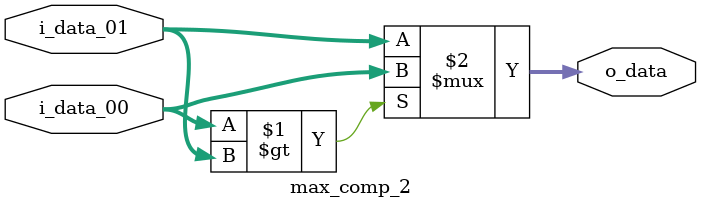
<source format=v>
`timescale 1ns / 1ps



module max_comp #(

            parameter DATA_WIDTH        = 8
    )(
    o_data,
    i_data_00,
    i_data_01,
    i_data_10,
    i_data_11
    );
    output   [DATA_WIDTH-1:0]               o_data;
    input    [DATA_WIDTH-1:0]               i_data_00;
    input    [DATA_WIDTH-1:0]               i_data_01;
    input    [DATA_WIDTH-1:0]               i_data_10;
    input    [DATA_WIDTH-1:0]               i_data_11;
    
    wire     [DATA_WIDTH-1:0]               o_data_00;
    wire     [DATA_WIDTH-1:0]               o_data_01;
    max_comp_2  #(DATA_WIDTH) comp1
                 (
                 .i_data_00(i_data_00),
                 .i_data_01(i_data_01),
                 .o_data   (o_data_00)
                 );
    max_comp_2  #(DATA_WIDTH) comp2
                 (
                 .i_data_00(i_data_10),
                 .i_data_01(i_data_11),
                 .o_data   (o_data_01)
                 );
    max_comp_2  #(DATA_WIDTH) comp3
                 (
                 .i_data_00(o_data_00),
                 .i_data_01(o_data_01),
                 .o_data   (o_data)
                 );
   
    
endmodule

module max_comp_2 #(parameter DATA_WIDTH = 8)  //just compare 2 values since there's only 2x2 maxpooling in model
        (
        input    [DATA_WIDTH-1:0]               i_data_00,
        input    [DATA_WIDTH-1:0]               i_data_01,
        output   [DATA_WIDTH-1:0]               o_data
        );
        assign   o_data = (i_data_00 > i_data_01) ? i_data_00 : i_data_01; 
endmodule     
</source>
